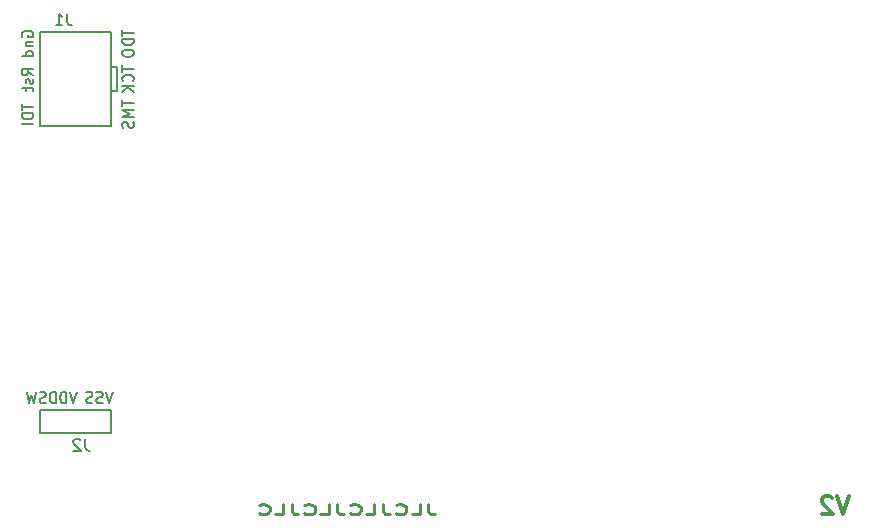
<source format=gbr>
G04 #@! TF.GenerationSoftware,KiCad,Pcbnew,5.0.1*
G04 #@! TF.CreationDate,2019-01-18T22:14:13-06:00*
G04 #@! TF.ProjectId,Layout,4C61796F75742E6B696361645F706362,rev?*
G04 #@! TF.SameCoordinates,Original*
G04 #@! TF.FileFunction,Legend,Bot*
G04 #@! TF.FilePolarity,Positive*
%FSLAX46Y46*%
G04 Gerber Fmt 4.6, Leading zero omitted, Abs format (unit mm)*
G04 Created by KiCad (PCBNEW 5.0.1) date Fri 18 Jan 2019 10:14:13 PM CST*
%MOMM*%
%LPD*%
G01*
G04 APERTURE LIST*
%ADD10C,0.212500*%
%ADD11C,0.300000*%
%ADD12C,0.150000*%
G04 APERTURE END LIST*
D10*
X163392571Y-122978523D02*
X163392571Y-123585666D01*
X163464000Y-123707095D01*
X163606857Y-123788047D01*
X163821142Y-123828523D01*
X163964000Y-123828523D01*
X161964000Y-123828523D02*
X162678285Y-123828523D01*
X162678285Y-122978523D01*
X160606857Y-123747571D02*
X160678285Y-123788047D01*
X160892571Y-123828523D01*
X161035428Y-123828523D01*
X161249714Y-123788047D01*
X161392571Y-123707095D01*
X161464000Y-123626142D01*
X161535428Y-123464238D01*
X161535428Y-123342809D01*
X161464000Y-123180904D01*
X161392571Y-123099952D01*
X161249714Y-123019000D01*
X161035428Y-122978523D01*
X160892571Y-122978523D01*
X160678285Y-123019000D01*
X160606857Y-123059476D01*
X159535428Y-122978523D02*
X159535428Y-123585666D01*
X159606857Y-123707095D01*
X159749714Y-123788047D01*
X159964000Y-123828523D01*
X160106857Y-123828523D01*
X158106857Y-123828523D02*
X158821142Y-123828523D01*
X158821142Y-122978523D01*
X156749714Y-123747571D02*
X156821142Y-123788047D01*
X157035428Y-123828523D01*
X157178285Y-123828523D01*
X157392571Y-123788047D01*
X157535428Y-123707095D01*
X157606857Y-123626142D01*
X157678285Y-123464238D01*
X157678285Y-123342809D01*
X157606857Y-123180904D01*
X157535428Y-123099952D01*
X157392571Y-123019000D01*
X157178285Y-122978523D01*
X157035428Y-122978523D01*
X156821142Y-123019000D01*
X156749714Y-123059476D01*
X155678285Y-122978523D02*
X155678285Y-123585666D01*
X155749714Y-123707095D01*
X155892571Y-123788047D01*
X156106857Y-123828523D01*
X156249714Y-123828523D01*
X154249714Y-123828523D02*
X154964000Y-123828523D01*
X154964000Y-122978523D01*
X152892571Y-123747571D02*
X152964000Y-123788047D01*
X153178285Y-123828523D01*
X153321142Y-123828523D01*
X153535428Y-123788047D01*
X153678285Y-123707095D01*
X153749714Y-123626142D01*
X153821142Y-123464238D01*
X153821142Y-123342809D01*
X153749714Y-123180904D01*
X153678285Y-123099952D01*
X153535428Y-123019000D01*
X153321142Y-122978523D01*
X153178285Y-122978523D01*
X152964000Y-123019000D01*
X152892571Y-123059476D01*
X151821142Y-122978523D02*
X151821142Y-123585666D01*
X151892571Y-123707095D01*
X152035428Y-123788047D01*
X152249714Y-123828523D01*
X152392571Y-123828523D01*
X150392571Y-123828523D02*
X151106857Y-123828523D01*
X151106857Y-122978523D01*
X149035428Y-123747571D02*
X149106857Y-123788047D01*
X149321142Y-123828523D01*
X149464000Y-123828523D01*
X149678285Y-123788047D01*
X149821142Y-123707095D01*
X149892571Y-123626142D01*
X149964000Y-123464238D01*
X149964000Y-123342809D01*
X149892571Y-123180904D01*
X149821142Y-123099952D01*
X149678285Y-123019000D01*
X149464000Y-122978523D01*
X149321142Y-122978523D01*
X149106857Y-123019000D01*
X149035428Y-123059476D01*
D11*
X198984285Y-122288571D02*
X198484285Y-123788571D01*
X197984285Y-122288571D01*
X197555714Y-122431428D02*
X197484285Y-122360000D01*
X197341428Y-122288571D01*
X196984285Y-122288571D01*
X196841428Y-122360000D01*
X196770000Y-122431428D01*
X196698571Y-122574285D01*
X196698571Y-122717142D01*
X196770000Y-122931428D01*
X197627142Y-123788571D01*
X196698571Y-123788571D01*
D12*
G04 #@! TO.C,J1*
X136500000Y-91000000D02*
X136500000Y-83000000D01*
X136500000Y-83000000D02*
X130500000Y-83000000D01*
X130500000Y-83000000D02*
X130500000Y-91000000D01*
X130500000Y-91000000D02*
X136500000Y-91000000D01*
X136500000Y-88000000D02*
X137000000Y-88000000D01*
X137000000Y-88000000D02*
X137000000Y-86000000D01*
X137000000Y-86000000D02*
X136500000Y-86000000D01*
G04 #@! TO.C,J2*
X136500000Y-115000000D02*
X130500000Y-115000000D01*
X130500000Y-115000000D02*
X130500000Y-117000000D01*
X130500000Y-117000000D02*
X136500000Y-117000000D01*
X136500000Y-117000000D02*
X136500000Y-115000000D01*
G04 #@! TO.C,J1*
X132833333Y-81452380D02*
X132833333Y-82166666D01*
X132880952Y-82309523D01*
X132976190Y-82404761D01*
X133119047Y-82452380D01*
X133214285Y-82452380D01*
X131833333Y-82452380D02*
X132404761Y-82452380D01*
X132119047Y-82452380D02*
X132119047Y-81452380D01*
X132214285Y-81595238D01*
X132309523Y-81690476D01*
X132404761Y-81738095D01*
X137452380Y-88800000D02*
X137452380Y-89314285D01*
X138452380Y-89057142D02*
X137452380Y-89057142D01*
X138452380Y-89614285D02*
X137452380Y-89614285D01*
X138166666Y-89914285D01*
X137452380Y-90214285D01*
X138452380Y-90214285D01*
X138404761Y-90600000D02*
X138452380Y-90728571D01*
X138452380Y-90942857D01*
X138404761Y-91028571D01*
X138357142Y-91071428D01*
X138261904Y-91114285D01*
X138166666Y-91114285D01*
X138071428Y-91071428D01*
X138023809Y-91028571D01*
X137976190Y-90942857D01*
X137928571Y-90771428D01*
X137880952Y-90685714D01*
X137833333Y-90642857D01*
X137738095Y-90600000D01*
X137642857Y-90600000D01*
X137547619Y-90642857D01*
X137500000Y-90685714D01*
X137452380Y-90771428D01*
X137452380Y-90985714D01*
X137500000Y-91114285D01*
X137452380Y-85842857D02*
X137452380Y-86357142D01*
X138452380Y-86100000D02*
X137452380Y-86100000D01*
X138357142Y-87171428D02*
X138404761Y-87128571D01*
X138452380Y-87000000D01*
X138452380Y-86914285D01*
X138404761Y-86785714D01*
X138309523Y-86700000D01*
X138214285Y-86657142D01*
X138023809Y-86614285D01*
X137880952Y-86614285D01*
X137690476Y-86657142D01*
X137595238Y-86700000D01*
X137500000Y-86785714D01*
X137452380Y-86914285D01*
X137452380Y-87000000D01*
X137500000Y-87128571D01*
X137547619Y-87171428D01*
X138452380Y-87557142D02*
X137452380Y-87557142D01*
X138452380Y-88071428D02*
X137880952Y-87685714D01*
X137452380Y-88071428D02*
X138023809Y-87557142D01*
X137452380Y-82821428D02*
X137452380Y-83335714D01*
X138452380Y-83078571D02*
X137452380Y-83078571D01*
X138452380Y-83635714D02*
X137452380Y-83635714D01*
X137452380Y-83850000D01*
X137500000Y-83978571D01*
X137595238Y-84064285D01*
X137690476Y-84107142D01*
X137880952Y-84150000D01*
X138023809Y-84150000D01*
X138214285Y-84107142D01*
X138309523Y-84064285D01*
X138404761Y-83978571D01*
X138452380Y-83850000D01*
X138452380Y-83635714D01*
X137452380Y-84707142D02*
X137452380Y-84878571D01*
X137500000Y-84964285D01*
X137595238Y-85050000D01*
X137785714Y-85092857D01*
X138119047Y-85092857D01*
X138309523Y-85050000D01*
X138404761Y-84964285D01*
X138452380Y-84878571D01*
X138452380Y-84707142D01*
X138404761Y-84621428D01*
X138309523Y-84535714D01*
X138119047Y-84492857D01*
X137785714Y-84492857D01*
X137595238Y-84535714D01*
X137500000Y-84621428D01*
X137452380Y-84707142D01*
X128952380Y-89078571D02*
X128952380Y-89592857D01*
X129952380Y-89335714D02*
X128952380Y-89335714D01*
X129952380Y-89892857D02*
X128952380Y-89892857D01*
X128952380Y-90107142D01*
X129000000Y-90235714D01*
X129095238Y-90321428D01*
X129190476Y-90364285D01*
X129380952Y-90407142D01*
X129523809Y-90407142D01*
X129714285Y-90364285D01*
X129809523Y-90321428D01*
X129904761Y-90235714D01*
X129952380Y-90107142D01*
X129952380Y-89892857D01*
X129952380Y-90792857D02*
X128952380Y-90792857D01*
X129952380Y-86657142D02*
X129476190Y-86357142D01*
X129952380Y-86142857D02*
X128952380Y-86142857D01*
X128952380Y-86485714D01*
X129000000Y-86571428D01*
X129047619Y-86614285D01*
X129142857Y-86657142D01*
X129285714Y-86657142D01*
X129380952Y-86614285D01*
X129428571Y-86571428D01*
X129476190Y-86485714D01*
X129476190Y-86142857D01*
X129904761Y-87000000D02*
X129952380Y-87085714D01*
X129952380Y-87257142D01*
X129904761Y-87342857D01*
X129809523Y-87385714D01*
X129761904Y-87385714D01*
X129666666Y-87342857D01*
X129619047Y-87257142D01*
X129619047Y-87128571D01*
X129571428Y-87042857D01*
X129476190Y-87000000D01*
X129428571Y-87000000D01*
X129333333Y-87042857D01*
X129285714Y-87128571D01*
X129285714Y-87257142D01*
X129333333Y-87342857D01*
X129285714Y-87642857D02*
X129285714Y-87985714D01*
X128952380Y-87771428D02*
X129809523Y-87771428D01*
X129904761Y-87814285D01*
X129952380Y-87900000D01*
X129952380Y-87985714D01*
X129000000Y-83421428D02*
X128952380Y-83335714D01*
X128952380Y-83207142D01*
X129000000Y-83078571D01*
X129095238Y-82992857D01*
X129190476Y-82950000D01*
X129380952Y-82907142D01*
X129523809Y-82907142D01*
X129714285Y-82950000D01*
X129809523Y-82992857D01*
X129904761Y-83078571D01*
X129952380Y-83207142D01*
X129952380Y-83292857D01*
X129904761Y-83421428D01*
X129857142Y-83464285D01*
X129523809Y-83464285D01*
X129523809Y-83292857D01*
X129285714Y-83850000D02*
X129952380Y-83850000D01*
X129380952Y-83850000D02*
X129333333Y-83892857D01*
X129285714Y-83978571D01*
X129285714Y-84107142D01*
X129333333Y-84192857D01*
X129428571Y-84235714D01*
X129952380Y-84235714D01*
X129952380Y-85050000D02*
X128952380Y-85050000D01*
X129904761Y-85050000D02*
X129952380Y-84964285D01*
X129952380Y-84792857D01*
X129904761Y-84707142D01*
X129857142Y-84664285D01*
X129761904Y-84621428D01*
X129476190Y-84621428D01*
X129380952Y-84664285D01*
X129333333Y-84707142D01*
X129285714Y-84792857D01*
X129285714Y-84964285D01*
X129333333Y-85050000D01*
G04 #@! TO.C,J2*
X134333333Y-117452380D02*
X134333333Y-118166666D01*
X134380952Y-118309523D01*
X134476190Y-118404761D01*
X134619047Y-118452380D01*
X134714285Y-118452380D01*
X133904761Y-117547619D02*
X133857142Y-117500000D01*
X133761904Y-117452380D01*
X133523809Y-117452380D01*
X133428571Y-117500000D01*
X133380952Y-117547619D01*
X133333333Y-117642857D01*
X133333333Y-117738095D01*
X133380952Y-117880952D01*
X133952380Y-118452380D01*
X133333333Y-118452380D01*
X136657142Y-113452380D02*
X136357142Y-114452380D01*
X136057142Y-113452380D01*
X135800000Y-114404761D02*
X135671428Y-114452380D01*
X135457142Y-114452380D01*
X135371428Y-114404761D01*
X135328571Y-114357142D01*
X135285714Y-114261904D01*
X135285714Y-114166666D01*
X135328571Y-114071428D01*
X135371428Y-114023809D01*
X135457142Y-113976190D01*
X135628571Y-113928571D01*
X135714285Y-113880952D01*
X135757142Y-113833333D01*
X135800000Y-113738095D01*
X135800000Y-113642857D01*
X135757142Y-113547619D01*
X135714285Y-113500000D01*
X135628571Y-113452380D01*
X135414285Y-113452380D01*
X135285714Y-113500000D01*
X134942857Y-114404761D02*
X134814285Y-114452380D01*
X134600000Y-114452380D01*
X134514285Y-114404761D01*
X134471428Y-114357142D01*
X134428571Y-114261904D01*
X134428571Y-114166666D01*
X134471428Y-114071428D01*
X134514285Y-114023809D01*
X134600000Y-113976190D01*
X134771428Y-113928571D01*
X134857142Y-113880952D01*
X134900000Y-113833333D01*
X134942857Y-113738095D01*
X134942857Y-113642857D01*
X134900000Y-113547619D01*
X134857142Y-113500000D01*
X134771428Y-113452380D01*
X134557142Y-113452380D01*
X134428571Y-113500000D01*
X133642857Y-113452380D02*
X133342857Y-114452380D01*
X133042857Y-113452380D01*
X132742857Y-114452380D02*
X132742857Y-113452380D01*
X132528571Y-113452380D01*
X132400000Y-113500000D01*
X132314285Y-113595238D01*
X132271428Y-113690476D01*
X132228571Y-113880952D01*
X132228571Y-114023809D01*
X132271428Y-114214285D01*
X132314285Y-114309523D01*
X132400000Y-114404761D01*
X132528571Y-114452380D01*
X132742857Y-114452380D01*
X131842857Y-114452380D02*
X131842857Y-113452380D01*
X131628571Y-113452380D01*
X131500000Y-113500000D01*
X131414285Y-113595238D01*
X131371428Y-113690476D01*
X131328571Y-113880952D01*
X131328571Y-114023809D01*
X131371428Y-114214285D01*
X131414285Y-114309523D01*
X131500000Y-114404761D01*
X131628571Y-114452380D01*
X131842857Y-114452380D01*
X130985714Y-114404761D02*
X130857142Y-114452380D01*
X130642857Y-114452380D01*
X130557142Y-114404761D01*
X130514285Y-114357142D01*
X130471428Y-114261904D01*
X130471428Y-114166666D01*
X130514285Y-114071428D01*
X130557142Y-114023809D01*
X130642857Y-113976190D01*
X130814285Y-113928571D01*
X130900000Y-113880952D01*
X130942857Y-113833333D01*
X130985714Y-113738095D01*
X130985714Y-113642857D01*
X130942857Y-113547619D01*
X130900000Y-113500000D01*
X130814285Y-113452380D01*
X130600000Y-113452380D01*
X130471428Y-113500000D01*
X130171428Y-113452380D02*
X129957142Y-114452380D01*
X129785714Y-113738095D01*
X129614285Y-114452380D01*
X129400000Y-113452380D01*
G04 #@! TD*
M02*

</source>
